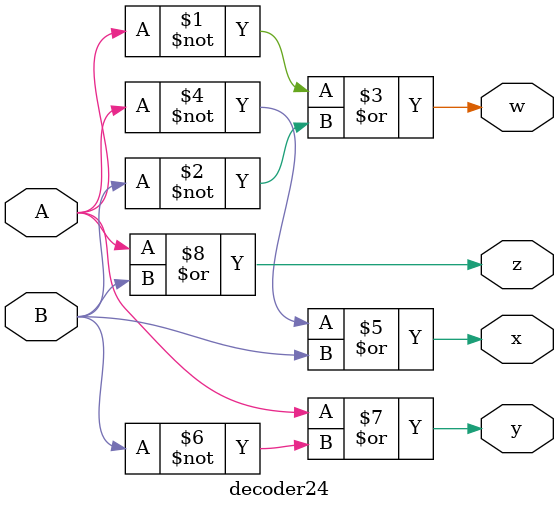
<source format=v>
`timescale 1ns / 1ps
module decoder24(input A,B, output w,x,y,z);

assign w = (~A)|(~B);
assign x = (~A)|B;
assign y = A|(~B);
assign z = A|B;

endmodule
</source>
